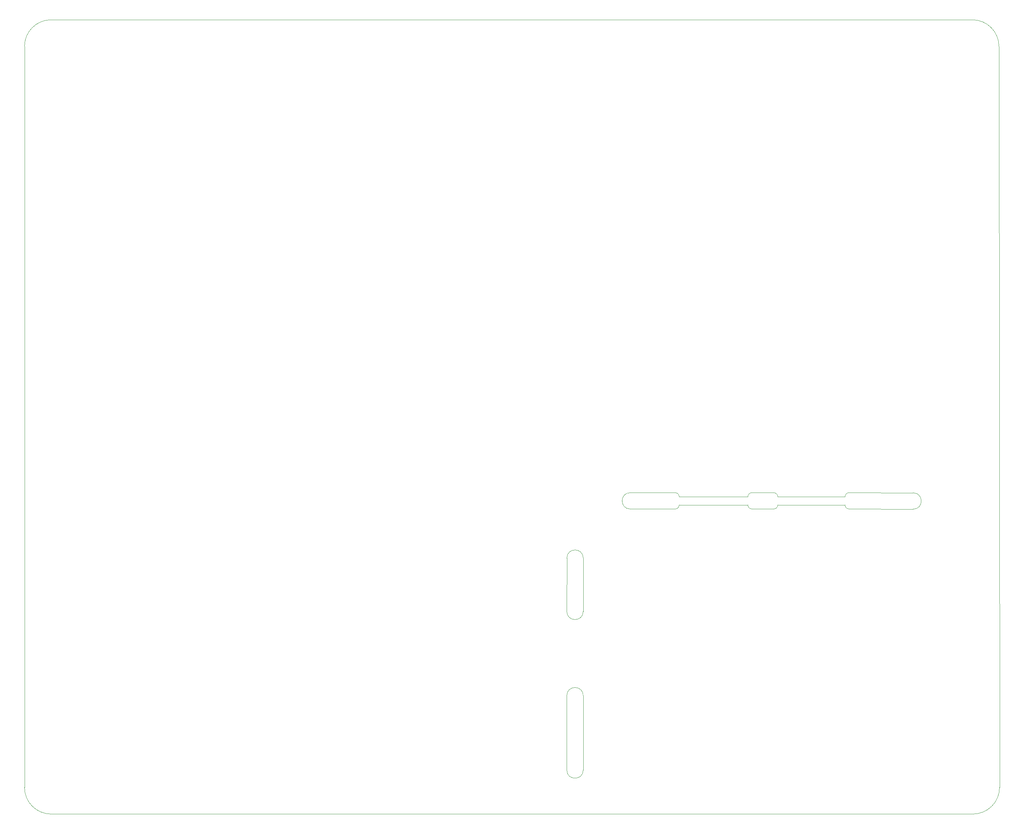
<source format=gm1>
%TF.GenerationSoftware,KiCad,Pcbnew,9.0.2*%
%TF.CreationDate,2026-01-04T16:23:38+07:00*%
%TF.ProjectId,Controller48V,436f6e74-726f-46c6-9c65-723438562e6b,rev?*%
%TF.SameCoordinates,Original*%
%TF.FileFunction,Profile,NP*%
%FSLAX46Y46*%
G04 Gerber Fmt 4.6, Leading zero omitted, Abs format (unit mm)*
G04 Created by KiCad (PCBNEW 9.0.2) date 2026-01-04 16:23:38*
%MOMM*%
%LPD*%
G01*
G04 APERTURE LIST*
%TA.AperFunction,Profile*%
%ADD10C,0.100000*%
%TD*%
%TA.AperFunction,Profile*%
%ADD11C,0.050000*%
%TD*%
G04 APERTURE END LIST*
D10*
X223831380Y-168500000D02*
X223823857Y-181500000D01*
D11*
X246246232Y-152498119D02*
G75*
G02*
X247249988Y-153498119I3768J-999981D01*
G01*
X264002666Y-153501880D02*
X247250000Y-153498119D01*
X270291560Y-156498126D02*
X265003768Y-156498119D01*
X264002666Y-153501880D02*
G75*
G02*
X265002666Y-152498159I999934J3780D01*
G01*
D10*
X219823857Y-181500000D02*
X219831380Y-168500000D01*
D11*
X325413800Y-224499969D02*
G75*
G02*
X318913800Y-231000000I-6500000J-31D01*
G01*
D10*
X219823857Y-202093546D02*
G75*
G02*
X223823857Y-202093546I2000000J0D01*
G01*
D11*
X318913800Y-230999969D02*
X94000000Y-231000000D01*
D10*
X219823857Y-202093546D02*
X219822528Y-220250000D01*
D11*
X87500000Y-43500000D02*
G75*
G02*
X94000000Y-37000000I6500000J0D01*
G01*
X270287799Y-152498119D02*
G75*
G02*
X271291588Y-153498119I3801J-999981D01*
G01*
X271291559Y-155494250D02*
X287705782Y-155498119D01*
X325263838Y-43499969D02*
X325413800Y-224499969D01*
X287708448Y-153501880D02*
G75*
G02*
X288708448Y-152498141I999952J3780D01*
G01*
X271291560Y-155494358D02*
G75*
G02*
X270291560Y-156498067I-999960J-3742D01*
G01*
X318763838Y-36999969D02*
G75*
G02*
X325263831Y-43499969I-38J-6500031D01*
G01*
X87500000Y-224500000D02*
X87500000Y-43500000D01*
X247249993Y-155494358D02*
X264000000Y-155498119D01*
D10*
X246249993Y-156498126D02*
X235323857Y-156499965D01*
X219831380Y-168500000D02*
G75*
G02*
X223831380Y-168500000I2000000J0D01*
G01*
D11*
X288709550Y-156498119D02*
G75*
G02*
X287705774Y-155498119I-3750J1000019D01*
G01*
X304310848Y-156538570D02*
X288709550Y-156498119D01*
X247249993Y-155494358D02*
G75*
G02*
X246249993Y-156498200I-1000093J-3742D01*
G01*
D10*
X223822528Y-220250000D02*
G75*
G02*
X219822528Y-220250000I-2000000J0D01*
G01*
D11*
X265003768Y-156498119D02*
G75*
G02*
X263999974Y-155498119I-3768J1000019D01*
G01*
D10*
X304310848Y-152538456D02*
G75*
G02*
X304310848Y-156538544I-48J-2000044D01*
G01*
D11*
X94000000Y-231000000D02*
G75*
G02*
X87500000Y-224500000I0J6500000D01*
G01*
D10*
X235323857Y-156499965D02*
G75*
G02*
X235323857Y-152500035I43J1999965D01*
G01*
D11*
X271291567Y-153498119D02*
X287708448Y-153501880D01*
X246250000Y-152500000D02*
X235323857Y-152499965D01*
X270287799Y-152498119D02*
X265002666Y-152498112D01*
X94000000Y-37000000D02*
X318763838Y-36999969D01*
X304310848Y-152538456D02*
X288708448Y-152498112D01*
D10*
X223822528Y-220250000D02*
X223823857Y-202093546D01*
X223823857Y-181500000D02*
G75*
G02*
X219823857Y-181500000I-2000000J0D01*
G01*
M02*

</source>
